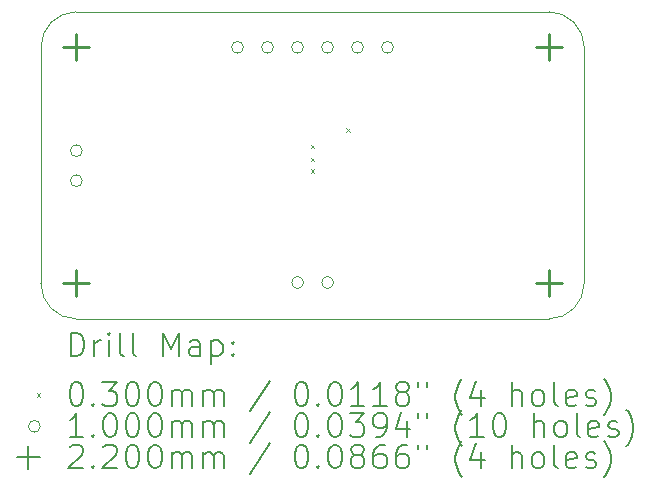
<source format=gbr>
%FSLAX45Y45*%
G04 Gerber Fmt 4.5, Leading zero omitted, Abs format (unit mm)*
G04 Created by KiCad (PCBNEW (6.0.0)) date 2023-02-05 21:47:36*
%MOMM*%
%LPD*%
G01*
G04 APERTURE LIST*
%TA.AperFunction,Profile*%
%ADD10C,0.100000*%
%TD*%
%ADD11C,0.200000*%
%ADD12C,0.030000*%
%ADD13C,0.100000*%
%ADD14C,0.220000*%
G04 APERTURE END LIST*
D10*
X15000000Y-9300000D02*
G75*
G03*
X15300000Y-9000000I0J300000D01*
G01*
X10700000Y-9000000D02*
G75*
G03*
X11000000Y-9300000I300000J0D01*
G01*
X15300000Y-7000000D02*
G75*
G03*
X15000000Y-6700000I-300000J0D01*
G01*
X11000000Y-6700000D02*
G75*
G03*
X10700000Y-7000000I0J-300000D01*
G01*
X15300000Y-7000000D02*
X15300000Y-9000000D01*
X15000000Y-9300000D02*
X11000000Y-9300000D01*
X10700000Y-9000000D02*
X10700000Y-7000000D01*
X11000000Y-6700000D02*
X15000000Y-6700000D01*
D11*
D12*
X12985000Y-7825000D02*
X13015000Y-7855000D01*
X13015000Y-7825000D02*
X12985000Y-7855000D01*
X12985000Y-7935000D02*
X13015000Y-7965000D01*
X13015000Y-7935000D02*
X12985000Y-7965000D01*
X12985000Y-8035000D02*
X13015000Y-8065000D01*
X13015000Y-8035000D02*
X12985000Y-8065000D01*
X13285000Y-7685000D02*
X13315000Y-7715000D01*
X13315000Y-7685000D02*
X13285000Y-7715000D01*
D13*
X11050000Y-7876000D02*
G75*
G03*
X11050000Y-7876000I-50000J0D01*
G01*
X11050000Y-8130000D02*
G75*
G03*
X11050000Y-8130000I-50000J0D01*
G01*
X12415000Y-7000000D02*
G75*
G03*
X12415000Y-7000000I-50000J0D01*
G01*
X12669000Y-7000000D02*
G75*
G03*
X12669000Y-7000000I-50000J0D01*
G01*
X12923000Y-7000000D02*
G75*
G03*
X12923000Y-7000000I-50000J0D01*
G01*
X12923220Y-8991600D02*
G75*
G03*
X12923220Y-8991600I-50000J0D01*
G01*
X13177000Y-7000000D02*
G75*
G03*
X13177000Y-7000000I-50000J0D01*
G01*
X13177220Y-8991600D02*
G75*
G03*
X13177220Y-8991600I-50000J0D01*
G01*
X13431000Y-7000000D02*
G75*
G03*
X13431000Y-7000000I-50000J0D01*
G01*
X13685000Y-7000000D02*
G75*
G03*
X13685000Y-7000000I-50000J0D01*
G01*
D14*
X11000000Y-6890000D02*
X11000000Y-7110000D01*
X10890000Y-7000000D02*
X11110000Y-7000000D01*
X11000000Y-8890000D02*
X11000000Y-9110000D01*
X10890000Y-9000000D02*
X11110000Y-9000000D01*
X15000000Y-6890000D02*
X15000000Y-7110000D01*
X14890000Y-7000000D02*
X15110000Y-7000000D01*
X15000000Y-8890000D02*
X15000000Y-9110000D01*
X14890000Y-9000000D02*
X15110000Y-9000000D01*
D11*
X10952619Y-9615476D02*
X10952619Y-9415476D01*
X11000238Y-9415476D01*
X11028810Y-9425000D01*
X11047857Y-9444048D01*
X11057381Y-9463095D01*
X11066905Y-9501190D01*
X11066905Y-9529762D01*
X11057381Y-9567857D01*
X11047857Y-9586905D01*
X11028810Y-9605952D01*
X11000238Y-9615476D01*
X10952619Y-9615476D01*
X11152619Y-9615476D02*
X11152619Y-9482143D01*
X11152619Y-9520238D02*
X11162143Y-9501190D01*
X11171667Y-9491667D01*
X11190714Y-9482143D01*
X11209762Y-9482143D01*
X11276428Y-9615476D02*
X11276428Y-9482143D01*
X11276428Y-9415476D02*
X11266905Y-9425000D01*
X11276428Y-9434524D01*
X11285952Y-9425000D01*
X11276428Y-9415476D01*
X11276428Y-9434524D01*
X11400238Y-9615476D02*
X11381190Y-9605952D01*
X11371667Y-9586905D01*
X11371667Y-9415476D01*
X11505000Y-9615476D02*
X11485952Y-9605952D01*
X11476428Y-9586905D01*
X11476428Y-9415476D01*
X11733571Y-9615476D02*
X11733571Y-9415476D01*
X11800238Y-9558333D01*
X11866905Y-9415476D01*
X11866905Y-9615476D01*
X12047857Y-9615476D02*
X12047857Y-9510714D01*
X12038333Y-9491667D01*
X12019286Y-9482143D01*
X11981190Y-9482143D01*
X11962143Y-9491667D01*
X12047857Y-9605952D02*
X12028809Y-9615476D01*
X11981190Y-9615476D01*
X11962143Y-9605952D01*
X11952619Y-9586905D01*
X11952619Y-9567857D01*
X11962143Y-9548810D01*
X11981190Y-9539286D01*
X12028809Y-9539286D01*
X12047857Y-9529762D01*
X12143095Y-9482143D02*
X12143095Y-9682143D01*
X12143095Y-9491667D02*
X12162143Y-9482143D01*
X12200238Y-9482143D01*
X12219286Y-9491667D01*
X12228809Y-9501190D01*
X12238333Y-9520238D01*
X12238333Y-9577381D01*
X12228809Y-9596429D01*
X12219286Y-9605952D01*
X12200238Y-9615476D01*
X12162143Y-9615476D01*
X12143095Y-9605952D01*
X12324048Y-9596429D02*
X12333571Y-9605952D01*
X12324048Y-9615476D01*
X12314524Y-9605952D01*
X12324048Y-9596429D01*
X12324048Y-9615476D01*
X12324048Y-9491667D02*
X12333571Y-9501190D01*
X12324048Y-9510714D01*
X12314524Y-9501190D01*
X12324048Y-9491667D01*
X12324048Y-9510714D01*
D12*
X10665000Y-9930000D02*
X10695000Y-9960000D01*
X10695000Y-9930000D02*
X10665000Y-9960000D01*
D11*
X10990714Y-9835476D02*
X11009762Y-9835476D01*
X11028810Y-9845000D01*
X11038333Y-9854524D01*
X11047857Y-9873571D01*
X11057381Y-9911667D01*
X11057381Y-9959286D01*
X11047857Y-9997381D01*
X11038333Y-10016429D01*
X11028810Y-10025952D01*
X11009762Y-10035476D01*
X10990714Y-10035476D01*
X10971667Y-10025952D01*
X10962143Y-10016429D01*
X10952619Y-9997381D01*
X10943095Y-9959286D01*
X10943095Y-9911667D01*
X10952619Y-9873571D01*
X10962143Y-9854524D01*
X10971667Y-9845000D01*
X10990714Y-9835476D01*
X11143095Y-10016429D02*
X11152619Y-10025952D01*
X11143095Y-10035476D01*
X11133571Y-10025952D01*
X11143095Y-10016429D01*
X11143095Y-10035476D01*
X11219286Y-9835476D02*
X11343095Y-9835476D01*
X11276428Y-9911667D01*
X11305000Y-9911667D01*
X11324048Y-9921190D01*
X11333571Y-9930714D01*
X11343095Y-9949762D01*
X11343095Y-9997381D01*
X11333571Y-10016429D01*
X11324048Y-10025952D01*
X11305000Y-10035476D01*
X11247857Y-10035476D01*
X11228809Y-10025952D01*
X11219286Y-10016429D01*
X11466905Y-9835476D02*
X11485952Y-9835476D01*
X11505000Y-9845000D01*
X11514524Y-9854524D01*
X11524048Y-9873571D01*
X11533571Y-9911667D01*
X11533571Y-9959286D01*
X11524048Y-9997381D01*
X11514524Y-10016429D01*
X11505000Y-10025952D01*
X11485952Y-10035476D01*
X11466905Y-10035476D01*
X11447857Y-10025952D01*
X11438333Y-10016429D01*
X11428809Y-9997381D01*
X11419286Y-9959286D01*
X11419286Y-9911667D01*
X11428809Y-9873571D01*
X11438333Y-9854524D01*
X11447857Y-9845000D01*
X11466905Y-9835476D01*
X11657381Y-9835476D02*
X11676428Y-9835476D01*
X11695476Y-9845000D01*
X11705000Y-9854524D01*
X11714524Y-9873571D01*
X11724048Y-9911667D01*
X11724048Y-9959286D01*
X11714524Y-9997381D01*
X11705000Y-10016429D01*
X11695476Y-10025952D01*
X11676428Y-10035476D01*
X11657381Y-10035476D01*
X11638333Y-10025952D01*
X11628809Y-10016429D01*
X11619286Y-9997381D01*
X11609762Y-9959286D01*
X11609762Y-9911667D01*
X11619286Y-9873571D01*
X11628809Y-9854524D01*
X11638333Y-9845000D01*
X11657381Y-9835476D01*
X11809762Y-10035476D02*
X11809762Y-9902143D01*
X11809762Y-9921190D02*
X11819286Y-9911667D01*
X11838333Y-9902143D01*
X11866905Y-9902143D01*
X11885952Y-9911667D01*
X11895476Y-9930714D01*
X11895476Y-10035476D01*
X11895476Y-9930714D02*
X11905000Y-9911667D01*
X11924048Y-9902143D01*
X11952619Y-9902143D01*
X11971667Y-9911667D01*
X11981190Y-9930714D01*
X11981190Y-10035476D01*
X12076428Y-10035476D02*
X12076428Y-9902143D01*
X12076428Y-9921190D02*
X12085952Y-9911667D01*
X12105000Y-9902143D01*
X12133571Y-9902143D01*
X12152619Y-9911667D01*
X12162143Y-9930714D01*
X12162143Y-10035476D01*
X12162143Y-9930714D02*
X12171667Y-9911667D01*
X12190714Y-9902143D01*
X12219286Y-9902143D01*
X12238333Y-9911667D01*
X12247857Y-9930714D01*
X12247857Y-10035476D01*
X12638333Y-9825952D02*
X12466905Y-10083095D01*
X12895476Y-9835476D02*
X12914524Y-9835476D01*
X12933571Y-9845000D01*
X12943095Y-9854524D01*
X12952619Y-9873571D01*
X12962143Y-9911667D01*
X12962143Y-9959286D01*
X12952619Y-9997381D01*
X12943095Y-10016429D01*
X12933571Y-10025952D01*
X12914524Y-10035476D01*
X12895476Y-10035476D01*
X12876428Y-10025952D01*
X12866905Y-10016429D01*
X12857381Y-9997381D01*
X12847857Y-9959286D01*
X12847857Y-9911667D01*
X12857381Y-9873571D01*
X12866905Y-9854524D01*
X12876428Y-9845000D01*
X12895476Y-9835476D01*
X13047857Y-10016429D02*
X13057381Y-10025952D01*
X13047857Y-10035476D01*
X13038333Y-10025952D01*
X13047857Y-10016429D01*
X13047857Y-10035476D01*
X13181190Y-9835476D02*
X13200238Y-9835476D01*
X13219286Y-9845000D01*
X13228809Y-9854524D01*
X13238333Y-9873571D01*
X13247857Y-9911667D01*
X13247857Y-9959286D01*
X13238333Y-9997381D01*
X13228809Y-10016429D01*
X13219286Y-10025952D01*
X13200238Y-10035476D01*
X13181190Y-10035476D01*
X13162143Y-10025952D01*
X13152619Y-10016429D01*
X13143095Y-9997381D01*
X13133571Y-9959286D01*
X13133571Y-9911667D01*
X13143095Y-9873571D01*
X13152619Y-9854524D01*
X13162143Y-9845000D01*
X13181190Y-9835476D01*
X13438333Y-10035476D02*
X13324048Y-10035476D01*
X13381190Y-10035476D02*
X13381190Y-9835476D01*
X13362143Y-9864048D01*
X13343095Y-9883095D01*
X13324048Y-9892619D01*
X13628809Y-10035476D02*
X13514524Y-10035476D01*
X13571667Y-10035476D02*
X13571667Y-9835476D01*
X13552619Y-9864048D01*
X13533571Y-9883095D01*
X13514524Y-9892619D01*
X13743095Y-9921190D02*
X13724048Y-9911667D01*
X13714524Y-9902143D01*
X13705000Y-9883095D01*
X13705000Y-9873571D01*
X13714524Y-9854524D01*
X13724048Y-9845000D01*
X13743095Y-9835476D01*
X13781190Y-9835476D01*
X13800238Y-9845000D01*
X13809762Y-9854524D01*
X13819286Y-9873571D01*
X13819286Y-9883095D01*
X13809762Y-9902143D01*
X13800238Y-9911667D01*
X13781190Y-9921190D01*
X13743095Y-9921190D01*
X13724048Y-9930714D01*
X13714524Y-9940238D01*
X13705000Y-9959286D01*
X13705000Y-9997381D01*
X13714524Y-10016429D01*
X13724048Y-10025952D01*
X13743095Y-10035476D01*
X13781190Y-10035476D01*
X13800238Y-10025952D01*
X13809762Y-10016429D01*
X13819286Y-9997381D01*
X13819286Y-9959286D01*
X13809762Y-9940238D01*
X13800238Y-9930714D01*
X13781190Y-9921190D01*
X13895476Y-9835476D02*
X13895476Y-9873571D01*
X13971667Y-9835476D02*
X13971667Y-9873571D01*
X14266905Y-10111667D02*
X14257381Y-10102143D01*
X14238333Y-10073571D01*
X14228809Y-10054524D01*
X14219286Y-10025952D01*
X14209762Y-9978333D01*
X14209762Y-9940238D01*
X14219286Y-9892619D01*
X14228809Y-9864048D01*
X14238333Y-9845000D01*
X14257381Y-9816429D01*
X14266905Y-9806905D01*
X14428809Y-9902143D02*
X14428809Y-10035476D01*
X14381190Y-9825952D02*
X14333571Y-9968810D01*
X14457381Y-9968810D01*
X14685952Y-10035476D02*
X14685952Y-9835476D01*
X14771667Y-10035476D02*
X14771667Y-9930714D01*
X14762143Y-9911667D01*
X14743095Y-9902143D01*
X14714524Y-9902143D01*
X14695476Y-9911667D01*
X14685952Y-9921190D01*
X14895476Y-10035476D02*
X14876428Y-10025952D01*
X14866905Y-10016429D01*
X14857381Y-9997381D01*
X14857381Y-9940238D01*
X14866905Y-9921190D01*
X14876428Y-9911667D01*
X14895476Y-9902143D01*
X14924048Y-9902143D01*
X14943095Y-9911667D01*
X14952619Y-9921190D01*
X14962143Y-9940238D01*
X14962143Y-9997381D01*
X14952619Y-10016429D01*
X14943095Y-10025952D01*
X14924048Y-10035476D01*
X14895476Y-10035476D01*
X15076428Y-10035476D02*
X15057381Y-10025952D01*
X15047857Y-10006905D01*
X15047857Y-9835476D01*
X15228809Y-10025952D02*
X15209762Y-10035476D01*
X15171667Y-10035476D01*
X15152619Y-10025952D01*
X15143095Y-10006905D01*
X15143095Y-9930714D01*
X15152619Y-9911667D01*
X15171667Y-9902143D01*
X15209762Y-9902143D01*
X15228809Y-9911667D01*
X15238333Y-9930714D01*
X15238333Y-9949762D01*
X15143095Y-9968810D01*
X15314524Y-10025952D02*
X15333571Y-10035476D01*
X15371667Y-10035476D01*
X15390714Y-10025952D01*
X15400238Y-10006905D01*
X15400238Y-9997381D01*
X15390714Y-9978333D01*
X15371667Y-9968810D01*
X15343095Y-9968810D01*
X15324048Y-9959286D01*
X15314524Y-9940238D01*
X15314524Y-9930714D01*
X15324048Y-9911667D01*
X15343095Y-9902143D01*
X15371667Y-9902143D01*
X15390714Y-9911667D01*
X15466905Y-10111667D02*
X15476428Y-10102143D01*
X15495476Y-10073571D01*
X15505000Y-10054524D01*
X15514524Y-10025952D01*
X15524048Y-9978333D01*
X15524048Y-9940238D01*
X15514524Y-9892619D01*
X15505000Y-9864048D01*
X15495476Y-9845000D01*
X15476428Y-9816429D01*
X15466905Y-9806905D01*
D13*
X10695000Y-10209000D02*
G75*
G03*
X10695000Y-10209000I-50000J0D01*
G01*
D11*
X11057381Y-10299476D02*
X10943095Y-10299476D01*
X11000238Y-10299476D02*
X11000238Y-10099476D01*
X10981190Y-10128048D01*
X10962143Y-10147095D01*
X10943095Y-10156619D01*
X11143095Y-10280429D02*
X11152619Y-10289952D01*
X11143095Y-10299476D01*
X11133571Y-10289952D01*
X11143095Y-10280429D01*
X11143095Y-10299476D01*
X11276428Y-10099476D02*
X11295476Y-10099476D01*
X11314524Y-10109000D01*
X11324048Y-10118524D01*
X11333571Y-10137571D01*
X11343095Y-10175667D01*
X11343095Y-10223286D01*
X11333571Y-10261381D01*
X11324048Y-10280429D01*
X11314524Y-10289952D01*
X11295476Y-10299476D01*
X11276428Y-10299476D01*
X11257381Y-10289952D01*
X11247857Y-10280429D01*
X11238333Y-10261381D01*
X11228809Y-10223286D01*
X11228809Y-10175667D01*
X11238333Y-10137571D01*
X11247857Y-10118524D01*
X11257381Y-10109000D01*
X11276428Y-10099476D01*
X11466905Y-10099476D02*
X11485952Y-10099476D01*
X11505000Y-10109000D01*
X11514524Y-10118524D01*
X11524048Y-10137571D01*
X11533571Y-10175667D01*
X11533571Y-10223286D01*
X11524048Y-10261381D01*
X11514524Y-10280429D01*
X11505000Y-10289952D01*
X11485952Y-10299476D01*
X11466905Y-10299476D01*
X11447857Y-10289952D01*
X11438333Y-10280429D01*
X11428809Y-10261381D01*
X11419286Y-10223286D01*
X11419286Y-10175667D01*
X11428809Y-10137571D01*
X11438333Y-10118524D01*
X11447857Y-10109000D01*
X11466905Y-10099476D01*
X11657381Y-10099476D02*
X11676428Y-10099476D01*
X11695476Y-10109000D01*
X11705000Y-10118524D01*
X11714524Y-10137571D01*
X11724048Y-10175667D01*
X11724048Y-10223286D01*
X11714524Y-10261381D01*
X11705000Y-10280429D01*
X11695476Y-10289952D01*
X11676428Y-10299476D01*
X11657381Y-10299476D01*
X11638333Y-10289952D01*
X11628809Y-10280429D01*
X11619286Y-10261381D01*
X11609762Y-10223286D01*
X11609762Y-10175667D01*
X11619286Y-10137571D01*
X11628809Y-10118524D01*
X11638333Y-10109000D01*
X11657381Y-10099476D01*
X11809762Y-10299476D02*
X11809762Y-10166143D01*
X11809762Y-10185190D02*
X11819286Y-10175667D01*
X11838333Y-10166143D01*
X11866905Y-10166143D01*
X11885952Y-10175667D01*
X11895476Y-10194714D01*
X11895476Y-10299476D01*
X11895476Y-10194714D02*
X11905000Y-10175667D01*
X11924048Y-10166143D01*
X11952619Y-10166143D01*
X11971667Y-10175667D01*
X11981190Y-10194714D01*
X11981190Y-10299476D01*
X12076428Y-10299476D02*
X12076428Y-10166143D01*
X12076428Y-10185190D02*
X12085952Y-10175667D01*
X12105000Y-10166143D01*
X12133571Y-10166143D01*
X12152619Y-10175667D01*
X12162143Y-10194714D01*
X12162143Y-10299476D01*
X12162143Y-10194714D02*
X12171667Y-10175667D01*
X12190714Y-10166143D01*
X12219286Y-10166143D01*
X12238333Y-10175667D01*
X12247857Y-10194714D01*
X12247857Y-10299476D01*
X12638333Y-10089952D02*
X12466905Y-10347095D01*
X12895476Y-10099476D02*
X12914524Y-10099476D01*
X12933571Y-10109000D01*
X12943095Y-10118524D01*
X12952619Y-10137571D01*
X12962143Y-10175667D01*
X12962143Y-10223286D01*
X12952619Y-10261381D01*
X12943095Y-10280429D01*
X12933571Y-10289952D01*
X12914524Y-10299476D01*
X12895476Y-10299476D01*
X12876428Y-10289952D01*
X12866905Y-10280429D01*
X12857381Y-10261381D01*
X12847857Y-10223286D01*
X12847857Y-10175667D01*
X12857381Y-10137571D01*
X12866905Y-10118524D01*
X12876428Y-10109000D01*
X12895476Y-10099476D01*
X13047857Y-10280429D02*
X13057381Y-10289952D01*
X13047857Y-10299476D01*
X13038333Y-10289952D01*
X13047857Y-10280429D01*
X13047857Y-10299476D01*
X13181190Y-10099476D02*
X13200238Y-10099476D01*
X13219286Y-10109000D01*
X13228809Y-10118524D01*
X13238333Y-10137571D01*
X13247857Y-10175667D01*
X13247857Y-10223286D01*
X13238333Y-10261381D01*
X13228809Y-10280429D01*
X13219286Y-10289952D01*
X13200238Y-10299476D01*
X13181190Y-10299476D01*
X13162143Y-10289952D01*
X13152619Y-10280429D01*
X13143095Y-10261381D01*
X13133571Y-10223286D01*
X13133571Y-10175667D01*
X13143095Y-10137571D01*
X13152619Y-10118524D01*
X13162143Y-10109000D01*
X13181190Y-10099476D01*
X13314524Y-10099476D02*
X13438333Y-10099476D01*
X13371667Y-10175667D01*
X13400238Y-10175667D01*
X13419286Y-10185190D01*
X13428809Y-10194714D01*
X13438333Y-10213762D01*
X13438333Y-10261381D01*
X13428809Y-10280429D01*
X13419286Y-10289952D01*
X13400238Y-10299476D01*
X13343095Y-10299476D01*
X13324048Y-10289952D01*
X13314524Y-10280429D01*
X13533571Y-10299476D02*
X13571667Y-10299476D01*
X13590714Y-10289952D01*
X13600238Y-10280429D01*
X13619286Y-10251857D01*
X13628809Y-10213762D01*
X13628809Y-10137571D01*
X13619286Y-10118524D01*
X13609762Y-10109000D01*
X13590714Y-10099476D01*
X13552619Y-10099476D01*
X13533571Y-10109000D01*
X13524048Y-10118524D01*
X13514524Y-10137571D01*
X13514524Y-10185190D01*
X13524048Y-10204238D01*
X13533571Y-10213762D01*
X13552619Y-10223286D01*
X13590714Y-10223286D01*
X13609762Y-10213762D01*
X13619286Y-10204238D01*
X13628809Y-10185190D01*
X13800238Y-10166143D02*
X13800238Y-10299476D01*
X13752619Y-10089952D02*
X13705000Y-10232810D01*
X13828809Y-10232810D01*
X13895476Y-10099476D02*
X13895476Y-10137571D01*
X13971667Y-10099476D02*
X13971667Y-10137571D01*
X14266905Y-10375667D02*
X14257381Y-10366143D01*
X14238333Y-10337571D01*
X14228809Y-10318524D01*
X14219286Y-10289952D01*
X14209762Y-10242333D01*
X14209762Y-10204238D01*
X14219286Y-10156619D01*
X14228809Y-10128048D01*
X14238333Y-10109000D01*
X14257381Y-10080429D01*
X14266905Y-10070905D01*
X14447857Y-10299476D02*
X14333571Y-10299476D01*
X14390714Y-10299476D02*
X14390714Y-10099476D01*
X14371667Y-10128048D01*
X14352619Y-10147095D01*
X14333571Y-10156619D01*
X14571667Y-10099476D02*
X14590714Y-10099476D01*
X14609762Y-10109000D01*
X14619286Y-10118524D01*
X14628809Y-10137571D01*
X14638333Y-10175667D01*
X14638333Y-10223286D01*
X14628809Y-10261381D01*
X14619286Y-10280429D01*
X14609762Y-10289952D01*
X14590714Y-10299476D01*
X14571667Y-10299476D01*
X14552619Y-10289952D01*
X14543095Y-10280429D01*
X14533571Y-10261381D01*
X14524048Y-10223286D01*
X14524048Y-10175667D01*
X14533571Y-10137571D01*
X14543095Y-10118524D01*
X14552619Y-10109000D01*
X14571667Y-10099476D01*
X14876428Y-10299476D02*
X14876428Y-10099476D01*
X14962143Y-10299476D02*
X14962143Y-10194714D01*
X14952619Y-10175667D01*
X14933571Y-10166143D01*
X14905000Y-10166143D01*
X14885952Y-10175667D01*
X14876428Y-10185190D01*
X15085952Y-10299476D02*
X15066905Y-10289952D01*
X15057381Y-10280429D01*
X15047857Y-10261381D01*
X15047857Y-10204238D01*
X15057381Y-10185190D01*
X15066905Y-10175667D01*
X15085952Y-10166143D01*
X15114524Y-10166143D01*
X15133571Y-10175667D01*
X15143095Y-10185190D01*
X15152619Y-10204238D01*
X15152619Y-10261381D01*
X15143095Y-10280429D01*
X15133571Y-10289952D01*
X15114524Y-10299476D01*
X15085952Y-10299476D01*
X15266905Y-10299476D02*
X15247857Y-10289952D01*
X15238333Y-10270905D01*
X15238333Y-10099476D01*
X15419286Y-10289952D02*
X15400238Y-10299476D01*
X15362143Y-10299476D01*
X15343095Y-10289952D01*
X15333571Y-10270905D01*
X15333571Y-10194714D01*
X15343095Y-10175667D01*
X15362143Y-10166143D01*
X15400238Y-10166143D01*
X15419286Y-10175667D01*
X15428809Y-10194714D01*
X15428809Y-10213762D01*
X15333571Y-10232810D01*
X15505000Y-10289952D02*
X15524048Y-10299476D01*
X15562143Y-10299476D01*
X15581190Y-10289952D01*
X15590714Y-10270905D01*
X15590714Y-10261381D01*
X15581190Y-10242333D01*
X15562143Y-10232810D01*
X15533571Y-10232810D01*
X15514524Y-10223286D01*
X15505000Y-10204238D01*
X15505000Y-10194714D01*
X15514524Y-10175667D01*
X15533571Y-10166143D01*
X15562143Y-10166143D01*
X15581190Y-10175667D01*
X15657381Y-10375667D02*
X15666905Y-10366143D01*
X15685952Y-10337571D01*
X15695476Y-10318524D01*
X15705000Y-10289952D01*
X15714524Y-10242333D01*
X15714524Y-10204238D01*
X15705000Y-10156619D01*
X15695476Y-10128048D01*
X15685952Y-10109000D01*
X15666905Y-10080429D01*
X15657381Y-10070905D01*
X10595000Y-10373000D02*
X10595000Y-10573000D01*
X10495000Y-10473000D02*
X10695000Y-10473000D01*
X10943095Y-10382524D02*
X10952619Y-10373000D01*
X10971667Y-10363476D01*
X11019286Y-10363476D01*
X11038333Y-10373000D01*
X11047857Y-10382524D01*
X11057381Y-10401571D01*
X11057381Y-10420619D01*
X11047857Y-10449190D01*
X10933571Y-10563476D01*
X11057381Y-10563476D01*
X11143095Y-10544429D02*
X11152619Y-10553952D01*
X11143095Y-10563476D01*
X11133571Y-10553952D01*
X11143095Y-10544429D01*
X11143095Y-10563476D01*
X11228809Y-10382524D02*
X11238333Y-10373000D01*
X11257381Y-10363476D01*
X11305000Y-10363476D01*
X11324048Y-10373000D01*
X11333571Y-10382524D01*
X11343095Y-10401571D01*
X11343095Y-10420619D01*
X11333571Y-10449190D01*
X11219286Y-10563476D01*
X11343095Y-10563476D01*
X11466905Y-10363476D02*
X11485952Y-10363476D01*
X11505000Y-10373000D01*
X11514524Y-10382524D01*
X11524048Y-10401571D01*
X11533571Y-10439667D01*
X11533571Y-10487286D01*
X11524048Y-10525381D01*
X11514524Y-10544429D01*
X11505000Y-10553952D01*
X11485952Y-10563476D01*
X11466905Y-10563476D01*
X11447857Y-10553952D01*
X11438333Y-10544429D01*
X11428809Y-10525381D01*
X11419286Y-10487286D01*
X11419286Y-10439667D01*
X11428809Y-10401571D01*
X11438333Y-10382524D01*
X11447857Y-10373000D01*
X11466905Y-10363476D01*
X11657381Y-10363476D02*
X11676428Y-10363476D01*
X11695476Y-10373000D01*
X11705000Y-10382524D01*
X11714524Y-10401571D01*
X11724048Y-10439667D01*
X11724048Y-10487286D01*
X11714524Y-10525381D01*
X11705000Y-10544429D01*
X11695476Y-10553952D01*
X11676428Y-10563476D01*
X11657381Y-10563476D01*
X11638333Y-10553952D01*
X11628809Y-10544429D01*
X11619286Y-10525381D01*
X11609762Y-10487286D01*
X11609762Y-10439667D01*
X11619286Y-10401571D01*
X11628809Y-10382524D01*
X11638333Y-10373000D01*
X11657381Y-10363476D01*
X11809762Y-10563476D02*
X11809762Y-10430143D01*
X11809762Y-10449190D02*
X11819286Y-10439667D01*
X11838333Y-10430143D01*
X11866905Y-10430143D01*
X11885952Y-10439667D01*
X11895476Y-10458714D01*
X11895476Y-10563476D01*
X11895476Y-10458714D02*
X11905000Y-10439667D01*
X11924048Y-10430143D01*
X11952619Y-10430143D01*
X11971667Y-10439667D01*
X11981190Y-10458714D01*
X11981190Y-10563476D01*
X12076428Y-10563476D02*
X12076428Y-10430143D01*
X12076428Y-10449190D02*
X12085952Y-10439667D01*
X12105000Y-10430143D01*
X12133571Y-10430143D01*
X12152619Y-10439667D01*
X12162143Y-10458714D01*
X12162143Y-10563476D01*
X12162143Y-10458714D02*
X12171667Y-10439667D01*
X12190714Y-10430143D01*
X12219286Y-10430143D01*
X12238333Y-10439667D01*
X12247857Y-10458714D01*
X12247857Y-10563476D01*
X12638333Y-10353952D02*
X12466905Y-10611095D01*
X12895476Y-10363476D02*
X12914524Y-10363476D01*
X12933571Y-10373000D01*
X12943095Y-10382524D01*
X12952619Y-10401571D01*
X12962143Y-10439667D01*
X12962143Y-10487286D01*
X12952619Y-10525381D01*
X12943095Y-10544429D01*
X12933571Y-10553952D01*
X12914524Y-10563476D01*
X12895476Y-10563476D01*
X12876428Y-10553952D01*
X12866905Y-10544429D01*
X12857381Y-10525381D01*
X12847857Y-10487286D01*
X12847857Y-10439667D01*
X12857381Y-10401571D01*
X12866905Y-10382524D01*
X12876428Y-10373000D01*
X12895476Y-10363476D01*
X13047857Y-10544429D02*
X13057381Y-10553952D01*
X13047857Y-10563476D01*
X13038333Y-10553952D01*
X13047857Y-10544429D01*
X13047857Y-10563476D01*
X13181190Y-10363476D02*
X13200238Y-10363476D01*
X13219286Y-10373000D01*
X13228809Y-10382524D01*
X13238333Y-10401571D01*
X13247857Y-10439667D01*
X13247857Y-10487286D01*
X13238333Y-10525381D01*
X13228809Y-10544429D01*
X13219286Y-10553952D01*
X13200238Y-10563476D01*
X13181190Y-10563476D01*
X13162143Y-10553952D01*
X13152619Y-10544429D01*
X13143095Y-10525381D01*
X13133571Y-10487286D01*
X13133571Y-10439667D01*
X13143095Y-10401571D01*
X13152619Y-10382524D01*
X13162143Y-10373000D01*
X13181190Y-10363476D01*
X13362143Y-10449190D02*
X13343095Y-10439667D01*
X13333571Y-10430143D01*
X13324048Y-10411095D01*
X13324048Y-10401571D01*
X13333571Y-10382524D01*
X13343095Y-10373000D01*
X13362143Y-10363476D01*
X13400238Y-10363476D01*
X13419286Y-10373000D01*
X13428809Y-10382524D01*
X13438333Y-10401571D01*
X13438333Y-10411095D01*
X13428809Y-10430143D01*
X13419286Y-10439667D01*
X13400238Y-10449190D01*
X13362143Y-10449190D01*
X13343095Y-10458714D01*
X13333571Y-10468238D01*
X13324048Y-10487286D01*
X13324048Y-10525381D01*
X13333571Y-10544429D01*
X13343095Y-10553952D01*
X13362143Y-10563476D01*
X13400238Y-10563476D01*
X13419286Y-10553952D01*
X13428809Y-10544429D01*
X13438333Y-10525381D01*
X13438333Y-10487286D01*
X13428809Y-10468238D01*
X13419286Y-10458714D01*
X13400238Y-10449190D01*
X13609762Y-10363476D02*
X13571667Y-10363476D01*
X13552619Y-10373000D01*
X13543095Y-10382524D01*
X13524048Y-10411095D01*
X13514524Y-10449190D01*
X13514524Y-10525381D01*
X13524048Y-10544429D01*
X13533571Y-10553952D01*
X13552619Y-10563476D01*
X13590714Y-10563476D01*
X13609762Y-10553952D01*
X13619286Y-10544429D01*
X13628809Y-10525381D01*
X13628809Y-10477762D01*
X13619286Y-10458714D01*
X13609762Y-10449190D01*
X13590714Y-10439667D01*
X13552619Y-10439667D01*
X13533571Y-10449190D01*
X13524048Y-10458714D01*
X13514524Y-10477762D01*
X13800238Y-10363476D02*
X13762143Y-10363476D01*
X13743095Y-10373000D01*
X13733571Y-10382524D01*
X13714524Y-10411095D01*
X13705000Y-10449190D01*
X13705000Y-10525381D01*
X13714524Y-10544429D01*
X13724048Y-10553952D01*
X13743095Y-10563476D01*
X13781190Y-10563476D01*
X13800238Y-10553952D01*
X13809762Y-10544429D01*
X13819286Y-10525381D01*
X13819286Y-10477762D01*
X13809762Y-10458714D01*
X13800238Y-10449190D01*
X13781190Y-10439667D01*
X13743095Y-10439667D01*
X13724048Y-10449190D01*
X13714524Y-10458714D01*
X13705000Y-10477762D01*
X13895476Y-10363476D02*
X13895476Y-10401571D01*
X13971667Y-10363476D02*
X13971667Y-10401571D01*
X14266905Y-10639667D02*
X14257381Y-10630143D01*
X14238333Y-10601571D01*
X14228809Y-10582524D01*
X14219286Y-10553952D01*
X14209762Y-10506333D01*
X14209762Y-10468238D01*
X14219286Y-10420619D01*
X14228809Y-10392048D01*
X14238333Y-10373000D01*
X14257381Y-10344429D01*
X14266905Y-10334905D01*
X14428809Y-10430143D02*
X14428809Y-10563476D01*
X14381190Y-10353952D02*
X14333571Y-10496810D01*
X14457381Y-10496810D01*
X14685952Y-10563476D02*
X14685952Y-10363476D01*
X14771667Y-10563476D02*
X14771667Y-10458714D01*
X14762143Y-10439667D01*
X14743095Y-10430143D01*
X14714524Y-10430143D01*
X14695476Y-10439667D01*
X14685952Y-10449190D01*
X14895476Y-10563476D02*
X14876428Y-10553952D01*
X14866905Y-10544429D01*
X14857381Y-10525381D01*
X14857381Y-10468238D01*
X14866905Y-10449190D01*
X14876428Y-10439667D01*
X14895476Y-10430143D01*
X14924048Y-10430143D01*
X14943095Y-10439667D01*
X14952619Y-10449190D01*
X14962143Y-10468238D01*
X14962143Y-10525381D01*
X14952619Y-10544429D01*
X14943095Y-10553952D01*
X14924048Y-10563476D01*
X14895476Y-10563476D01*
X15076428Y-10563476D02*
X15057381Y-10553952D01*
X15047857Y-10534905D01*
X15047857Y-10363476D01*
X15228809Y-10553952D02*
X15209762Y-10563476D01*
X15171667Y-10563476D01*
X15152619Y-10553952D01*
X15143095Y-10534905D01*
X15143095Y-10458714D01*
X15152619Y-10439667D01*
X15171667Y-10430143D01*
X15209762Y-10430143D01*
X15228809Y-10439667D01*
X15238333Y-10458714D01*
X15238333Y-10477762D01*
X15143095Y-10496810D01*
X15314524Y-10553952D02*
X15333571Y-10563476D01*
X15371667Y-10563476D01*
X15390714Y-10553952D01*
X15400238Y-10534905D01*
X15400238Y-10525381D01*
X15390714Y-10506333D01*
X15371667Y-10496810D01*
X15343095Y-10496810D01*
X15324048Y-10487286D01*
X15314524Y-10468238D01*
X15314524Y-10458714D01*
X15324048Y-10439667D01*
X15343095Y-10430143D01*
X15371667Y-10430143D01*
X15390714Y-10439667D01*
X15466905Y-10639667D02*
X15476428Y-10630143D01*
X15495476Y-10601571D01*
X15505000Y-10582524D01*
X15514524Y-10553952D01*
X15524048Y-10506333D01*
X15524048Y-10468238D01*
X15514524Y-10420619D01*
X15505000Y-10392048D01*
X15495476Y-10373000D01*
X15476428Y-10344429D01*
X15466905Y-10334905D01*
M02*

</source>
